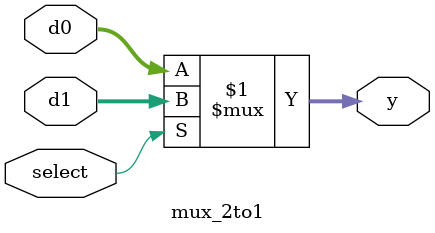
<source format=v>
`timescale 1ns / 1ps

module mux_2to1 (
    input       [31:0] d0, d1,
    input       select,
    output      [31:0] y
);

assign y = select ? d1 : d0;

endmodule

</source>
